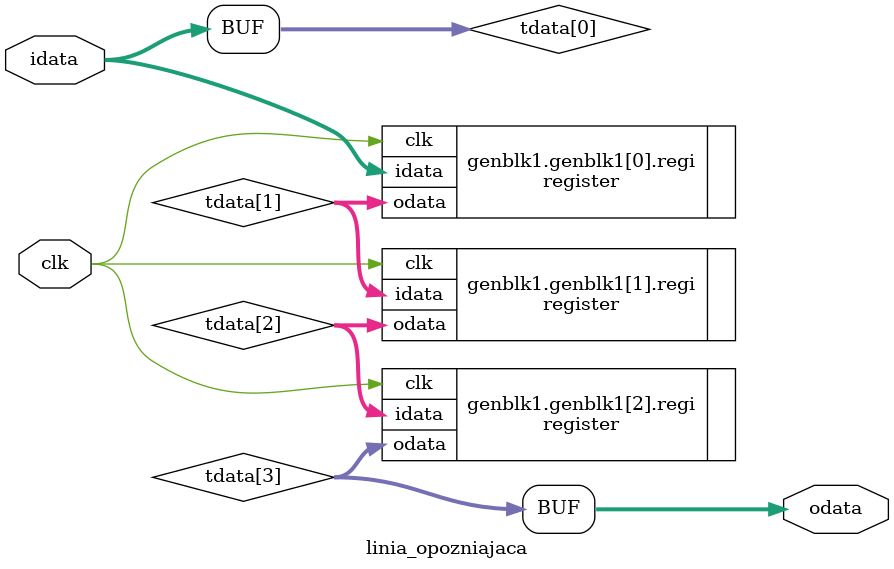
<source format=v>
`timescale 1ns / 1ps


module linia_opozniajaca #(
    parameter N = 8,
    parameter DELAY = 3
)
(
    input [N-1:0]idata,
    input clk,
    output [N-1:0]odata
);

wire [N-1:0] tdata [DELAY:0];
assign tdata [0] = idata;
genvar i;

generate
if (DELAY > 0)
begin
    for (i = 0; i < DELAY; i = i + 1)
    begin
        register #
        (
            .N(N)
        ) regi     
        (
            .clk(clk),
            .idata(tdata[i]),
            .odata(tdata[i+1])
        );
        end 
end else
begin
    assign odata = idata;
end
assign odata = tdata[DELAY];
  
endgenerate

endmodule

</source>
